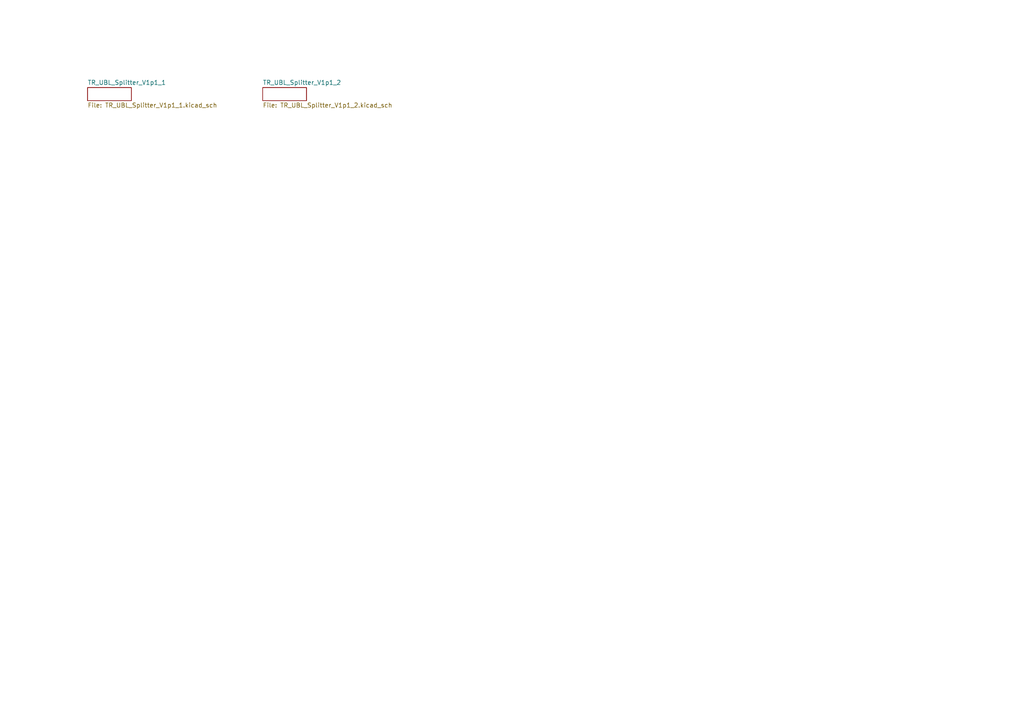
<source format=kicad_sch>
(kicad_sch
	(version 20231120)
	(generator "eeschema")
	(generator_version "8.0")
	(uuid "3f2d54b3-460b-4b88-a43d-d43571da615f")
	(paper "A4")
	(lib_symbols)
	(sheet
		(at 76.2 25.4)
		(size 12.7 3.81)
		(fields_autoplaced yes)
		(stroke
			(width 0)
			(type solid)
		)
		(fill
			(color 0 0 0 0.0000)
		)
		(uuid "350114eb-636e-4f55-886f-746e681325b9")
		(property "Sheetname" "TR_UBL_Splitter_V1p1_2"
			(at 76.2 24.6884 0)
			(effects
				(font
					(size 1.27 1.27)
				)
				(justify left bottom)
			)
		)
		(property "Sheetfile" "TR_UBL_Splitter_V1p1_2.kicad_sch"
			(at 76.2 29.7946 0)
			(effects
				(font
					(size 1.27 1.27)
				)
				(justify left top)
			)
		)
		(instances
			(project "TR_UBL_Splitter_V1p1"
				(path "/3f2d54b3-460b-4b88-a43d-d43571da615f"
					(page "2")
				)
			)
		)
	)
	(sheet
		(at 25.4 25.4)
		(size 12.7 3.81)
		(fields_autoplaced yes)
		(stroke
			(width 0)
			(type solid)
		)
		(fill
			(color 0 0 0 0.0000)
		)
		(uuid "a6af105e-e543-4e9d-b90f-02ee83ed434a")
		(property "Sheetname" "TR_UBL_Splitter_V1p1_1"
			(at 25.4 24.6884 0)
			(effects
				(font
					(size 1.27 1.27)
				)
				(justify left bottom)
			)
		)
		(property "Sheetfile" "TR_UBL_Splitter_V1p1_1.kicad_sch"
			(at 25.4 29.7946 0)
			(effects
				(font
					(size 1.27 1.27)
				)
				(justify left top)
			)
		)
		(instances
			(project "TR_UBL_Splitter_V1p1"
				(path "/3f2d54b3-460b-4b88-a43d-d43571da615f"
					(page "1")
				)
			)
		)
	)
	(sheet_instances
		(path "/"
			(page "1")
		)
	)
)

</source>
